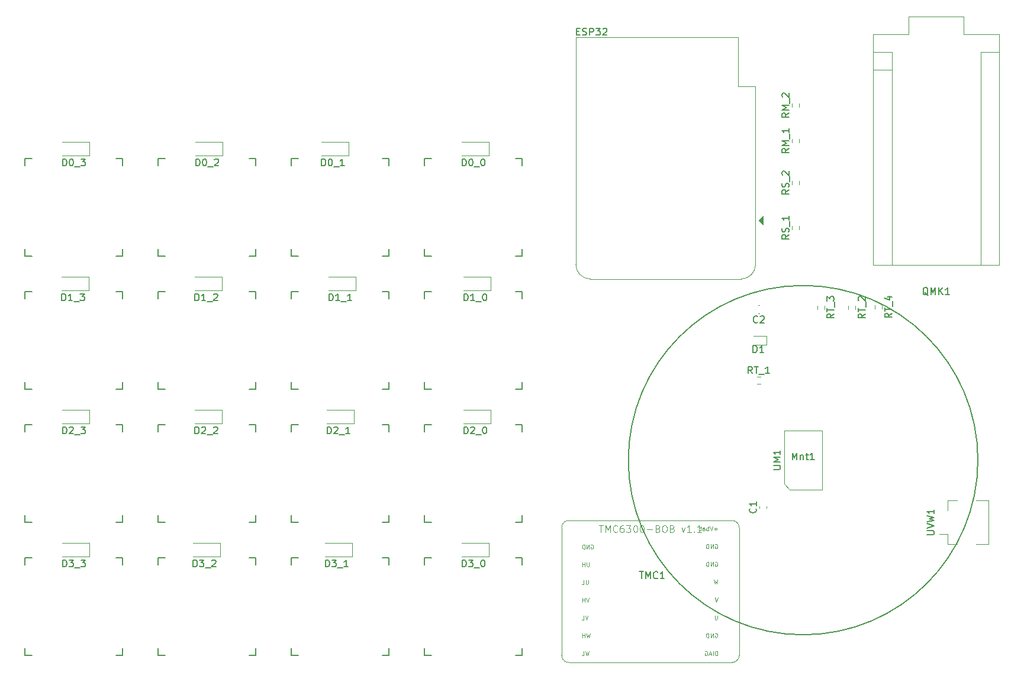
<source format=gbr>
%TF.GenerationSoftware,KiCad,Pcbnew,(6.0.1)*%
%TF.CreationDate,2022-11-17T22:19:47+08:00*%
%TF.ProjectId,Scroller1,5363726f-6c6c-4657-9231-2e6b69636164,rev?*%
%TF.SameCoordinates,Original*%
%TF.FileFunction,Legend,Top*%
%TF.FilePolarity,Positive*%
%FSLAX46Y46*%
G04 Gerber Fmt 4.6, Leading zero omitted, Abs format (unit mm)*
G04 Created by KiCad (PCBNEW (6.0.1)) date 2022-11-17 22:19:47*
%MOMM*%
%LPD*%
G01*
G04 APERTURE LIST*
%ADD10C,0.150000*%
%ADD11C,0.100000*%
%ADD12C,0.120000*%
G04 APERTURE END LIST*
D10*
X208755040Y-117092383D02*
G75*
G03*
X208755040Y-117092383I-25000000J0D01*
G01*
%TO.C,D1_1*%
X115948761Y-94273380D02*
X115948761Y-93273380D01*
X116186857Y-93273380D01*
X116329714Y-93321000D01*
X116424952Y-93416238D01*
X116472571Y-93511476D01*
X116520190Y-93701952D01*
X116520190Y-93844809D01*
X116472571Y-94035285D01*
X116424952Y-94130523D01*
X116329714Y-94225761D01*
X116186857Y-94273380D01*
X115948761Y-94273380D01*
X117472571Y-94273380D02*
X116901142Y-94273380D01*
X117186857Y-94273380D02*
X117186857Y-93273380D01*
X117091619Y-93416238D01*
X116996380Y-93511476D01*
X116901142Y-93559095D01*
X117663047Y-94368619D02*
X118424952Y-94368619D01*
X119186857Y-94273380D02*
X118615428Y-94273380D01*
X118901142Y-94273380D02*
X118901142Y-93273380D01*
X118805904Y-93416238D01*
X118710666Y-93511476D01*
X118615428Y-93559095D01*
%TO.C,RS_2*%
X181718455Y-78390309D02*
X181242265Y-78723642D01*
X181718455Y-78961738D02*
X180718455Y-78961738D01*
X180718455Y-78580785D01*
X180766075Y-78485547D01*
X180813694Y-78437928D01*
X180908932Y-78390309D01*
X181051789Y-78390309D01*
X181147027Y-78437928D01*
X181194646Y-78485547D01*
X181242265Y-78580785D01*
X181242265Y-78961738D01*
X181670836Y-78009357D02*
X181718455Y-77866500D01*
X181718455Y-77628404D01*
X181670836Y-77533166D01*
X181623217Y-77485547D01*
X181527979Y-77437928D01*
X181432741Y-77437928D01*
X181337503Y-77485547D01*
X181289884Y-77533166D01*
X181242265Y-77628404D01*
X181194646Y-77818880D01*
X181147027Y-77914119D01*
X181099408Y-77961738D01*
X181004170Y-78009357D01*
X180908932Y-78009357D01*
X180813694Y-77961738D01*
X180766075Y-77914119D01*
X180718455Y-77818880D01*
X180718455Y-77580785D01*
X180766075Y-77437928D01*
X181813694Y-77247452D02*
X181813694Y-76485547D01*
X180813694Y-76295071D02*
X180766075Y-76247452D01*
X180718455Y-76152214D01*
X180718455Y-75914119D01*
X180766075Y-75818880D01*
X180813694Y-75771261D01*
X180908932Y-75723642D01*
X181004170Y-75723642D01*
X181147027Y-75771261D01*
X181718455Y-76342690D01*
X181718455Y-75723642D01*
%TO.C,C1*%
X176967142Y-124018166D02*
X177014761Y-124065785D01*
X177062380Y-124208642D01*
X177062380Y-124303880D01*
X177014761Y-124446738D01*
X176919523Y-124541976D01*
X176824285Y-124589595D01*
X176633809Y-124637214D01*
X176490952Y-124637214D01*
X176300476Y-124589595D01*
X176205238Y-124541976D01*
X176110000Y-124446738D01*
X176062380Y-124303880D01*
X176062380Y-124208642D01*
X176110000Y-124065785D01*
X176157619Y-124018166D01*
X177062380Y-123065785D02*
X177062380Y-123637214D01*
X177062380Y-123351500D02*
X176062380Y-123351500D01*
X176205238Y-123446738D01*
X176300476Y-123541976D01*
X176348095Y-123637214D01*
%TO.C,D2_0*%
X135250761Y-113323380D02*
X135250761Y-112323380D01*
X135488857Y-112323380D01*
X135631714Y-112371000D01*
X135726952Y-112466238D01*
X135774571Y-112561476D01*
X135822190Y-112751952D01*
X135822190Y-112894809D01*
X135774571Y-113085285D01*
X135726952Y-113180523D01*
X135631714Y-113275761D01*
X135488857Y-113323380D01*
X135250761Y-113323380D01*
X136203142Y-112418619D02*
X136250761Y-112371000D01*
X136346000Y-112323380D01*
X136584095Y-112323380D01*
X136679333Y-112371000D01*
X136726952Y-112418619D01*
X136774571Y-112513857D01*
X136774571Y-112609095D01*
X136726952Y-112751952D01*
X136155523Y-113323380D01*
X136774571Y-113323380D01*
X136965047Y-113418619D02*
X137726952Y-113418619D01*
X138155523Y-112323380D02*
X138250761Y-112323380D01*
X138346000Y-112371000D01*
X138393619Y-112418619D01*
X138441238Y-112513857D01*
X138488857Y-112704333D01*
X138488857Y-112942428D01*
X138441238Y-113132904D01*
X138393619Y-113228142D01*
X138346000Y-113275761D01*
X138250761Y-113323380D01*
X138155523Y-113323380D01*
X138060285Y-113275761D01*
X138012666Y-113228142D01*
X137965047Y-113132904D01*
X137917428Y-112942428D01*
X137917428Y-112704333D01*
X137965047Y-112513857D01*
X138012666Y-112418619D01*
X138060285Y-112371000D01*
X138155523Y-112323380D01*
%TO.C,RT_4*%
X196432380Y-96075071D02*
X195956190Y-96408404D01*
X196432380Y-96646500D02*
X195432380Y-96646500D01*
X195432380Y-96265547D01*
X195480000Y-96170309D01*
X195527619Y-96122690D01*
X195622857Y-96075071D01*
X195765714Y-96075071D01*
X195860952Y-96122690D01*
X195908571Y-96170309D01*
X195956190Y-96265547D01*
X195956190Y-96646500D01*
X195432380Y-95789357D02*
X195432380Y-95217928D01*
X196432380Y-95503642D02*
X195432380Y-95503642D01*
X196527619Y-95122690D02*
X196527619Y-94360785D01*
X195765714Y-93694119D02*
X196432380Y-93694119D01*
X195384761Y-93932214D02*
X196099047Y-94170309D01*
X196099047Y-93551261D01*
%TO.C,D0_1*%
X114890161Y-74969380D02*
X114890161Y-73969380D01*
X115128257Y-73969380D01*
X115271114Y-74017000D01*
X115366352Y-74112238D01*
X115413971Y-74207476D01*
X115461590Y-74397952D01*
X115461590Y-74540809D01*
X115413971Y-74731285D01*
X115366352Y-74826523D01*
X115271114Y-74921761D01*
X115128257Y-74969380D01*
X114890161Y-74969380D01*
X116080638Y-73969380D02*
X116175876Y-73969380D01*
X116271114Y-74017000D01*
X116318733Y-74064619D01*
X116366352Y-74159857D01*
X116413971Y-74350333D01*
X116413971Y-74588428D01*
X116366352Y-74778904D01*
X116318733Y-74874142D01*
X116271114Y-74921761D01*
X116175876Y-74969380D01*
X116080638Y-74969380D01*
X115985400Y-74921761D01*
X115937780Y-74874142D01*
X115890161Y-74778904D01*
X115842542Y-74588428D01*
X115842542Y-74350333D01*
X115890161Y-74159857D01*
X115937780Y-74064619D01*
X115985400Y-74017000D01*
X116080638Y-73969380D01*
X116604447Y-75064619D02*
X117366352Y-75064619D01*
X118128257Y-74969380D02*
X117556828Y-74969380D01*
X117842542Y-74969380D02*
X117842542Y-73969380D01*
X117747304Y-74112238D01*
X117652066Y-74207476D01*
X117556828Y-74255095D01*
%TO.C,C2*%
X177238333Y-97351142D02*
X177190714Y-97398761D01*
X177047857Y-97446380D01*
X176952619Y-97446380D01*
X176809761Y-97398761D01*
X176714523Y-97303523D01*
X176666904Y-97208285D01*
X176619285Y-97017809D01*
X176619285Y-96874952D01*
X176666904Y-96684476D01*
X176714523Y-96589238D01*
X176809761Y-96494000D01*
X176952619Y-96446380D01*
X177047857Y-96446380D01*
X177190714Y-96494000D01*
X177238333Y-96541619D01*
X177619285Y-96541619D02*
X177666904Y-96494000D01*
X177762142Y-96446380D01*
X178000238Y-96446380D01*
X178095476Y-96494000D01*
X178143095Y-96541619D01*
X178190714Y-96636857D01*
X178190714Y-96732095D01*
X178143095Y-96874952D01*
X177571666Y-97446380D01*
X178190714Y-97446380D01*
%TO.C,D1_0*%
X135252761Y-94273380D02*
X135252761Y-93273380D01*
X135490857Y-93273380D01*
X135633714Y-93321000D01*
X135728952Y-93416238D01*
X135776571Y-93511476D01*
X135824190Y-93701952D01*
X135824190Y-93844809D01*
X135776571Y-94035285D01*
X135728952Y-94130523D01*
X135633714Y-94225761D01*
X135490857Y-94273380D01*
X135252761Y-94273380D01*
X136776571Y-94273380D02*
X136205142Y-94273380D01*
X136490857Y-94273380D02*
X136490857Y-93273380D01*
X136395619Y-93416238D01*
X136300380Y-93511476D01*
X136205142Y-93559095D01*
X136967047Y-94368619D02*
X137728952Y-94368619D01*
X138157523Y-93273380D02*
X138252761Y-93273380D01*
X138348000Y-93321000D01*
X138395619Y-93368619D01*
X138443238Y-93463857D01*
X138490857Y-93654333D01*
X138490857Y-93892428D01*
X138443238Y-94082904D01*
X138395619Y-94178142D01*
X138348000Y-94225761D01*
X138252761Y-94273380D01*
X138157523Y-94273380D01*
X138062285Y-94225761D01*
X138014666Y-94178142D01*
X137967047Y-94082904D01*
X137919428Y-93892428D01*
X137919428Y-93654333D01*
X137967047Y-93463857D01*
X138014666Y-93368619D01*
X138062285Y-93321000D01*
X138157523Y-93273380D01*
%TO.C,UM1*%
X179502415Y-118425793D02*
X180311939Y-118425793D01*
X180407177Y-118378174D01*
X180454796Y-118330555D01*
X180502415Y-118235317D01*
X180502415Y-118044840D01*
X180454796Y-117949602D01*
X180407177Y-117901983D01*
X180311939Y-117854364D01*
X179502415Y-117854364D01*
X180502415Y-117378174D02*
X179502415Y-117378174D01*
X180216701Y-117044840D01*
X179502415Y-116711507D01*
X180502415Y-116711507D01*
X180502415Y-115711507D02*
X180502415Y-116282936D01*
X180502415Y-115997221D02*
X179502415Y-115997221D01*
X179645273Y-116092460D01*
X179740511Y-116187698D01*
X179788130Y-116282936D01*
%TO.C,D1_2*%
X96770761Y-94273380D02*
X96770761Y-93273380D01*
X97008857Y-93273380D01*
X97151714Y-93321000D01*
X97246952Y-93416238D01*
X97294571Y-93511476D01*
X97342190Y-93701952D01*
X97342190Y-93844809D01*
X97294571Y-94035285D01*
X97246952Y-94130523D01*
X97151714Y-94225761D01*
X97008857Y-94273380D01*
X96770761Y-94273380D01*
X98294571Y-94273380D02*
X97723142Y-94273380D01*
X98008857Y-94273380D02*
X98008857Y-93273380D01*
X97913619Y-93416238D01*
X97818380Y-93511476D01*
X97723142Y-93559095D01*
X98485047Y-94368619D02*
X99246952Y-94368619D01*
X99437428Y-93368619D02*
X99485047Y-93321000D01*
X99580285Y-93273380D01*
X99818380Y-93273380D01*
X99913619Y-93321000D01*
X99961238Y-93368619D01*
X100008857Y-93463857D01*
X100008857Y-93559095D01*
X99961238Y-93701952D01*
X99389809Y-94273380D01*
X100008857Y-94273380D01*
%TO.C,D2_3*%
X77846761Y-113323380D02*
X77846761Y-112323380D01*
X78084857Y-112323380D01*
X78227714Y-112371000D01*
X78322952Y-112466238D01*
X78370571Y-112561476D01*
X78418190Y-112751952D01*
X78418190Y-112894809D01*
X78370571Y-113085285D01*
X78322952Y-113180523D01*
X78227714Y-113275761D01*
X78084857Y-113323380D01*
X77846761Y-113323380D01*
X78799142Y-112418619D02*
X78846761Y-112371000D01*
X78942000Y-112323380D01*
X79180095Y-112323380D01*
X79275333Y-112371000D01*
X79322952Y-112418619D01*
X79370571Y-112513857D01*
X79370571Y-112609095D01*
X79322952Y-112751952D01*
X78751523Y-113323380D01*
X79370571Y-113323380D01*
X79561047Y-113418619D02*
X80322952Y-113418619D01*
X80465809Y-112323380D02*
X81084857Y-112323380D01*
X80751523Y-112704333D01*
X80894380Y-112704333D01*
X80989619Y-112751952D01*
X81037238Y-112799571D01*
X81084857Y-112894809D01*
X81084857Y-113132904D01*
X81037238Y-113228142D01*
X80989619Y-113275761D01*
X80894380Y-113323380D01*
X80608666Y-113323380D01*
X80513428Y-113275761D01*
X80465809Y-113228142D01*
%TO.C,RT_2*%
X192622380Y-96155071D02*
X192146190Y-96488404D01*
X192622380Y-96726500D02*
X191622380Y-96726500D01*
X191622380Y-96345547D01*
X191670000Y-96250309D01*
X191717619Y-96202690D01*
X191812857Y-96155071D01*
X191955714Y-96155071D01*
X192050952Y-96202690D01*
X192098571Y-96250309D01*
X192146190Y-96345547D01*
X192146190Y-96726500D01*
X191622380Y-95869357D02*
X191622380Y-95297928D01*
X192622380Y-95583642D02*
X191622380Y-95583642D01*
X192717619Y-95202690D02*
X192717619Y-94440785D01*
X191717619Y-94250309D02*
X191670000Y-94202690D01*
X191622380Y-94107452D01*
X191622380Y-93869357D01*
X191670000Y-93774119D01*
X191717619Y-93726500D01*
X191812857Y-93678880D01*
X191908095Y-93678880D01*
X192050952Y-93726500D01*
X192622380Y-94297928D01*
X192622380Y-93678880D01*
%TO.C,Mnt1*%
X182207415Y-117044840D02*
X182207415Y-116044840D01*
X182540749Y-116759126D01*
X182874082Y-116044840D01*
X182874082Y-117044840D01*
X183350273Y-116378174D02*
X183350273Y-117044840D01*
X183350273Y-116473412D02*
X183397892Y-116425793D01*
X183493130Y-116378174D01*
X183635987Y-116378174D01*
X183731225Y-116425793D01*
X183778844Y-116521031D01*
X183778844Y-117044840D01*
X184112177Y-116378174D02*
X184493130Y-116378174D01*
X184255035Y-116044840D02*
X184255035Y-116901983D01*
X184302654Y-116997221D01*
X184397892Y-117044840D01*
X184493130Y-117044840D01*
X185350273Y-117044840D02*
X184778844Y-117044840D01*
X185064558Y-117044840D02*
X185064558Y-116044840D01*
X184969320Y-116187698D01*
X184874082Y-116282936D01*
X184778844Y-116330555D01*
%TO.C,D1*%
X176615904Y-101701380D02*
X176615904Y-100701380D01*
X176854000Y-100701380D01*
X176996857Y-100749000D01*
X177092095Y-100844238D01*
X177139714Y-100939476D01*
X177187333Y-101129952D01*
X177187333Y-101272809D01*
X177139714Y-101463285D01*
X177092095Y-101558523D01*
X176996857Y-101653761D01*
X176854000Y-101701380D01*
X176615904Y-101701380D01*
X178139714Y-101701380D02*
X177568285Y-101701380D01*
X177854000Y-101701380D02*
X177854000Y-100701380D01*
X177758761Y-100844238D01*
X177663523Y-100939476D01*
X177568285Y-100987095D01*
%TO.C,TMC1*%
X160331666Y-133056380D02*
X160903095Y-133056380D01*
X160617380Y-134056380D02*
X160617380Y-133056380D01*
X161236428Y-134056380D02*
X161236428Y-133056380D01*
X161569761Y-133770666D01*
X161903095Y-133056380D01*
X161903095Y-134056380D01*
X162950714Y-133961142D02*
X162903095Y-134008761D01*
X162760238Y-134056380D01*
X162665000Y-134056380D01*
X162522142Y-134008761D01*
X162426904Y-133913523D01*
X162379285Y-133818285D01*
X162331666Y-133627809D01*
X162331666Y-133484952D01*
X162379285Y-133294476D01*
X162426904Y-133199238D01*
X162522142Y-133104000D01*
X162665000Y-133056380D01*
X162760238Y-133056380D01*
X162903095Y-133104000D01*
X162950714Y-133151619D01*
X163903095Y-134056380D02*
X163331666Y-134056380D01*
X163617380Y-134056380D02*
X163617380Y-133056380D01*
X163522142Y-133199238D01*
X163426904Y-133294476D01*
X163331666Y-133342095D01*
D11*
X153122821Y-144432535D02*
X152979964Y-145032535D01*
X152865678Y-144603964D01*
X152751392Y-145032535D01*
X152608535Y-144432535D01*
X152094249Y-145032535D02*
X152379964Y-145032535D01*
X152379964Y-144432535D01*
X171549964Y-136782535D02*
X171349964Y-137382535D01*
X171149964Y-136782535D01*
X153122821Y-136803963D02*
X152922821Y-137403963D01*
X152722821Y-136803963D01*
X152522821Y-137403963D02*
X152522821Y-136803963D01*
X152522821Y-137089677D02*
X152179964Y-137089677D01*
X152179964Y-137403963D02*
X152179964Y-136803963D01*
X153408535Y-129203964D02*
X153465678Y-129175392D01*
X153551392Y-129175392D01*
X153637107Y-129203964D01*
X153694249Y-129261106D01*
X153722821Y-129318249D01*
X153751392Y-129432535D01*
X153751392Y-129518249D01*
X153722821Y-129632535D01*
X153694249Y-129689678D01*
X153637107Y-129746821D01*
X153551392Y-129775392D01*
X153494249Y-129775392D01*
X153408535Y-129746821D01*
X153379964Y-129718249D01*
X153379964Y-129518249D01*
X153494249Y-129518249D01*
X153122821Y-129775392D02*
X153122821Y-129175392D01*
X152779964Y-129775392D01*
X152779964Y-129175392D01*
X152494249Y-129775392D02*
X152494249Y-129175392D01*
X152351392Y-129175392D01*
X152265678Y-129203964D01*
X152208535Y-129261106D01*
X152179964Y-129318249D01*
X152151392Y-129432535D01*
X152151392Y-129518249D01*
X152179964Y-129632535D01*
X152208535Y-129689678D01*
X152265678Y-129746821D01*
X152351392Y-129775392D01*
X152494249Y-129775392D01*
X153151392Y-131718249D02*
X153151392Y-132203963D01*
X153122821Y-132261106D01*
X153094249Y-132289678D01*
X153037107Y-132318249D01*
X152922821Y-132318249D01*
X152865678Y-132289678D01*
X152837107Y-132261106D01*
X152808535Y-132203963D01*
X152808535Y-131718249D01*
X152522821Y-132318249D02*
X152522821Y-131718249D01*
X152522821Y-132003963D02*
X152179964Y-132003963D01*
X152179964Y-132318249D02*
X152179964Y-131718249D01*
X153008535Y-134261106D02*
X153008535Y-134746820D01*
X152979964Y-134803963D01*
X152951392Y-134832535D01*
X152894249Y-134861106D01*
X152779964Y-134861106D01*
X152722821Y-134832535D01*
X152694249Y-134803963D01*
X152665678Y-134746820D01*
X152665678Y-134261106D01*
X152094249Y-134861106D02*
X152379964Y-134861106D01*
X152379964Y-134261106D01*
X171464249Y-126953964D02*
X171007107Y-126953964D01*
X171235678Y-127182535D02*
X171235678Y-126725392D01*
X170807107Y-126582535D02*
X170607107Y-127182535D01*
X170407107Y-126582535D01*
X170207107Y-127182535D02*
X170207107Y-126582535D01*
X170207107Y-126811107D02*
X170149964Y-126782535D01*
X170035678Y-126782535D01*
X169978535Y-126811107D01*
X169949964Y-126839678D01*
X169921392Y-126896821D01*
X169921392Y-127068249D01*
X169949964Y-127125392D01*
X169978535Y-127153964D01*
X170035678Y-127182535D01*
X170149964Y-127182535D01*
X170207107Y-127153964D01*
X169407107Y-127182535D02*
X169407107Y-126868249D01*
X169435678Y-126811107D01*
X169492821Y-126782535D01*
X169607107Y-126782535D01*
X169664249Y-126811107D01*
X169407107Y-127153964D02*
X169464249Y-127182535D01*
X169607107Y-127182535D01*
X169664249Y-127153964D01*
X169692821Y-127096821D01*
X169692821Y-127039678D01*
X169664249Y-126982535D01*
X169607107Y-126953964D01*
X169464249Y-126953964D01*
X169407107Y-126925392D01*
X169207107Y-126782535D02*
X168978535Y-126782535D01*
X169121392Y-126582535D02*
X169121392Y-127096821D01*
X169092821Y-127153964D01*
X169035678Y-127182535D01*
X168978535Y-127182535D01*
X171464249Y-139332535D02*
X171464249Y-139818249D01*
X171435678Y-139875392D01*
X171407107Y-139903964D01*
X171349964Y-139932535D01*
X171235678Y-139932535D01*
X171178535Y-139903964D01*
X171149964Y-139875392D01*
X171121392Y-139818249D01*
X171121392Y-139332535D01*
X153265678Y-141889677D02*
X153122821Y-142489677D01*
X153008535Y-142061106D01*
X152894249Y-142489677D01*
X152751392Y-141889677D01*
X152522821Y-142489677D02*
X152522821Y-141889677D01*
X152522821Y-142175391D02*
X152179964Y-142175391D01*
X152179964Y-142489677D02*
X152179964Y-141889677D01*
X171149964Y-129161107D02*
X171207107Y-129132535D01*
X171292821Y-129132535D01*
X171378535Y-129161107D01*
X171435678Y-129218249D01*
X171464249Y-129275392D01*
X171492821Y-129389678D01*
X171492821Y-129475392D01*
X171464249Y-129589678D01*
X171435678Y-129646821D01*
X171378535Y-129703964D01*
X171292821Y-129732535D01*
X171235678Y-129732535D01*
X171149964Y-129703964D01*
X171121392Y-129675392D01*
X171121392Y-129475392D01*
X171235678Y-129475392D01*
X170864249Y-129732535D02*
X170864249Y-129132535D01*
X170521392Y-129732535D01*
X170521392Y-129132535D01*
X170235678Y-129732535D02*
X170235678Y-129132535D01*
X170092821Y-129132535D01*
X170007107Y-129161107D01*
X169949964Y-129218249D01*
X169921392Y-129275392D01*
X169892821Y-129389678D01*
X169892821Y-129475392D01*
X169921392Y-129589678D01*
X169949964Y-129646821D01*
X170007107Y-129703964D01*
X170092821Y-129732535D01*
X170235678Y-129732535D01*
X154564964Y-126413487D02*
X155136392Y-126413487D01*
X154850678Y-127413487D02*
X154850678Y-126413487D01*
X155469726Y-127413487D02*
X155469726Y-126413487D01*
X155803059Y-127127773D01*
X156136392Y-126413487D01*
X156136392Y-127413487D01*
X157184011Y-127318249D02*
X157136392Y-127365868D01*
X156993535Y-127413487D01*
X156898297Y-127413487D01*
X156755440Y-127365868D01*
X156660202Y-127270630D01*
X156612583Y-127175392D01*
X156564964Y-126984916D01*
X156564964Y-126842059D01*
X156612583Y-126651583D01*
X156660202Y-126556345D01*
X156755440Y-126461107D01*
X156898297Y-126413487D01*
X156993535Y-126413487D01*
X157136392Y-126461107D01*
X157184011Y-126508726D01*
X158041154Y-126413487D02*
X157850678Y-126413487D01*
X157755440Y-126461107D01*
X157707821Y-126508726D01*
X157612583Y-126651583D01*
X157564964Y-126842059D01*
X157564964Y-127223011D01*
X157612583Y-127318249D01*
X157660202Y-127365868D01*
X157755440Y-127413487D01*
X157945916Y-127413487D01*
X158041154Y-127365868D01*
X158088773Y-127318249D01*
X158136392Y-127223011D01*
X158136392Y-126984916D01*
X158088773Y-126889678D01*
X158041154Y-126842059D01*
X157945916Y-126794440D01*
X157755440Y-126794440D01*
X157660202Y-126842059D01*
X157612583Y-126889678D01*
X157564964Y-126984916D01*
X158469726Y-126413487D02*
X159088773Y-126413487D01*
X158755440Y-126794440D01*
X158898297Y-126794440D01*
X158993535Y-126842059D01*
X159041154Y-126889678D01*
X159088773Y-126984916D01*
X159088773Y-127223011D01*
X159041154Y-127318249D01*
X158993535Y-127365868D01*
X158898297Y-127413487D01*
X158612583Y-127413487D01*
X158517345Y-127365868D01*
X158469726Y-127318249D01*
X159707821Y-126413487D02*
X159803059Y-126413487D01*
X159898297Y-126461107D01*
X159945916Y-126508726D01*
X159993535Y-126603964D01*
X160041154Y-126794440D01*
X160041154Y-127032535D01*
X159993535Y-127223011D01*
X159945916Y-127318249D01*
X159898297Y-127365868D01*
X159803059Y-127413487D01*
X159707821Y-127413487D01*
X159612583Y-127365868D01*
X159564964Y-127318249D01*
X159517345Y-127223011D01*
X159469726Y-127032535D01*
X159469726Y-126794440D01*
X159517345Y-126603964D01*
X159564964Y-126508726D01*
X159612583Y-126461107D01*
X159707821Y-126413487D01*
X160660202Y-126413487D02*
X160755440Y-126413487D01*
X160850678Y-126461107D01*
X160898297Y-126508726D01*
X160945916Y-126603964D01*
X160993535Y-126794440D01*
X160993535Y-127032535D01*
X160945916Y-127223011D01*
X160898297Y-127318249D01*
X160850678Y-127365868D01*
X160755440Y-127413487D01*
X160660202Y-127413487D01*
X160564964Y-127365868D01*
X160517345Y-127318249D01*
X160469726Y-127223011D01*
X160422107Y-127032535D01*
X160422107Y-126794440D01*
X160469726Y-126603964D01*
X160517345Y-126508726D01*
X160564964Y-126461107D01*
X160660202Y-126413487D01*
X161422107Y-127032535D02*
X162184011Y-127032535D01*
X162993535Y-126889678D02*
X163136392Y-126937297D01*
X163184011Y-126984916D01*
X163231630Y-127080154D01*
X163231630Y-127223011D01*
X163184011Y-127318249D01*
X163136392Y-127365868D01*
X163041154Y-127413487D01*
X162660202Y-127413487D01*
X162660202Y-126413487D01*
X162993535Y-126413487D01*
X163088773Y-126461107D01*
X163136392Y-126508726D01*
X163184011Y-126603964D01*
X163184011Y-126699202D01*
X163136392Y-126794440D01*
X163088773Y-126842059D01*
X162993535Y-126889678D01*
X162660202Y-126889678D01*
X163850678Y-126413487D02*
X164041154Y-126413487D01*
X164136392Y-126461107D01*
X164231630Y-126556345D01*
X164279249Y-126746821D01*
X164279249Y-127080154D01*
X164231630Y-127270630D01*
X164136392Y-127365868D01*
X164041154Y-127413487D01*
X163850678Y-127413487D01*
X163755440Y-127365868D01*
X163660202Y-127270630D01*
X163612583Y-127080154D01*
X163612583Y-126746821D01*
X163660202Y-126556345D01*
X163755440Y-126461107D01*
X163850678Y-126413487D01*
X165041154Y-126889678D02*
X165184011Y-126937297D01*
X165231630Y-126984916D01*
X165279249Y-127080154D01*
X165279249Y-127223011D01*
X165231630Y-127318249D01*
X165184011Y-127365868D01*
X165088773Y-127413487D01*
X164707821Y-127413487D01*
X164707821Y-126413487D01*
X165041154Y-126413487D01*
X165136392Y-126461107D01*
X165184011Y-126508726D01*
X165231630Y-126603964D01*
X165231630Y-126699202D01*
X165184011Y-126794440D01*
X165136392Y-126842059D01*
X165041154Y-126889678D01*
X164707821Y-126889678D01*
X166374487Y-126746821D02*
X166612583Y-127413487D01*
X166850678Y-126746821D01*
X167755440Y-127413487D02*
X167184011Y-127413487D01*
X167469726Y-127413487D02*
X167469726Y-126413487D01*
X167374487Y-126556345D01*
X167279249Y-126651583D01*
X167184011Y-126699202D01*
X168184011Y-127318249D02*
X168231630Y-127365868D01*
X168184011Y-127413487D01*
X168136392Y-127365868D01*
X168184011Y-127318249D01*
X168184011Y-127413487D01*
X169184011Y-127413487D02*
X168612583Y-127413487D01*
X168898297Y-127413487D02*
X168898297Y-126413487D01*
X168803059Y-126556345D01*
X168707821Y-126651583D01*
X168612583Y-126699202D01*
X171149964Y-131711107D02*
X171207107Y-131682535D01*
X171292821Y-131682535D01*
X171378535Y-131711107D01*
X171435678Y-131768249D01*
X171464249Y-131825392D01*
X171492821Y-131939678D01*
X171492821Y-132025392D01*
X171464249Y-132139678D01*
X171435678Y-132196821D01*
X171378535Y-132253964D01*
X171292821Y-132282535D01*
X171235678Y-132282535D01*
X171149964Y-132253964D01*
X171121392Y-132225392D01*
X171121392Y-132025392D01*
X171235678Y-132025392D01*
X170864249Y-132282535D02*
X170864249Y-131682535D01*
X170521392Y-132282535D01*
X170521392Y-131682535D01*
X170235678Y-132282535D02*
X170235678Y-131682535D01*
X170092821Y-131682535D01*
X170007107Y-131711107D01*
X169949964Y-131768249D01*
X169921392Y-131825392D01*
X169892821Y-131939678D01*
X169892821Y-132025392D01*
X169921392Y-132139678D01*
X169949964Y-132196821D01*
X170007107Y-132253964D01*
X170092821Y-132282535D01*
X170235678Y-132282535D01*
X152979964Y-139346820D02*
X152779964Y-139946820D01*
X152579964Y-139346820D01*
X152094249Y-139946820D02*
X152379964Y-139946820D01*
X152379964Y-139346820D01*
X171521392Y-134232535D02*
X171378535Y-134832535D01*
X171264249Y-134403964D01*
X171149964Y-134832535D01*
X171007107Y-134232535D01*
X171464249Y-145032535D02*
X171464249Y-144432535D01*
X171321392Y-144432535D01*
X171235678Y-144461107D01*
X171178535Y-144518249D01*
X171149964Y-144575392D01*
X171121392Y-144689678D01*
X171121392Y-144775392D01*
X171149964Y-144889678D01*
X171178535Y-144946821D01*
X171235678Y-145003964D01*
X171321392Y-145032535D01*
X171464249Y-145032535D01*
X170864249Y-145032535D02*
X170864249Y-144432535D01*
X170607107Y-144861107D02*
X170321392Y-144861107D01*
X170664249Y-145032535D02*
X170464249Y-144432535D01*
X170264249Y-145032535D01*
X169749964Y-144461107D02*
X169807107Y-144432535D01*
X169892821Y-144432535D01*
X169978535Y-144461107D01*
X170035678Y-144518249D01*
X170064249Y-144575392D01*
X170092821Y-144689678D01*
X170092821Y-144775392D01*
X170064249Y-144889678D01*
X170035678Y-144946821D01*
X169978535Y-145003964D01*
X169892821Y-145032535D01*
X169835678Y-145032535D01*
X169749964Y-145003964D01*
X169721392Y-144975392D01*
X169721392Y-144775392D01*
X169835678Y-144775392D01*
X171149964Y-141911107D02*
X171207107Y-141882535D01*
X171292821Y-141882535D01*
X171378535Y-141911107D01*
X171435678Y-141968249D01*
X171464249Y-142025392D01*
X171492821Y-142139678D01*
X171492821Y-142225392D01*
X171464249Y-142339678D01*
X171435678Y-142396821D01*
X171378535Y-142453964D01*
X171292821Y-142482535D01*
X171235678Y-142482535D01*
X171149964Y-142453964D01*
X171121392Y-142425392D01*
X171121392Y-142225392D01*
X171235678Y-142225392D01*
X170864249Y-142482535D02*
X170864249Y-141882535D01*
X170521392Y-142482535D01*
X170521392Y-141882535D01*
X170235678Y-142482535D02*
X170235678Y-141882535D01*
X170092821Y-141882535D01*
X170007107Y-141911107D01*
X169949964Y-141968249D01*
X169921392Y-142025392D01*
X169892821Y-142139678D01*
X169892821Y-142225392D01*
X169921392Y-142339678D01*
X169949964Y-142396821D01*
X170007107Y-142453964D01*
X170092821Y-142482535D01*
X170235678Y-142482535D01*
D10*
%TO.C,RM_1*%
X181718455Y-72493047D02*
X181242265Y-72826380D01*
X181718455Y-73064476D02*
X180718455Y-73064476D01*
X180718455Y-72683523D01*
X180766075Y-72588285D01*
X180813694Y-72540666D01*
X180908932Y-72493047D01*
X181051789Y-72493047D01*
X181147027Y-72540666D01*
X181194646Y-72588285D01*
X181242265Y-72683523D01*
X181242265Y-73064476D01*
X181718455Y-72064476D02*
X180718455Y-72064476D01*
X181432741Y-71731142D01*
X180718455Y-71397809D01*
X181718455Y-71397809D01*
X181813694Y-71159714D02*
X181813694Y-70397809D01*
X181718455Y-69635904D02*
X181718455Y-70207333D01*
X181718455Y-69921619D02*
X180718455Y-69921619D01*
X180861313Y-70016857D01*
X180956551Y-70112095D01*
X181004170Y-70207333D01*
%TO.C,ESP32*%
X151357142Y-55732571D02*
X151690476Y-55732571D01*
X151833333Y-56256380D02*
X151357142Y-56256380D01*
X151357142Y-55256380D01*
X151833333Y-55256380D01*
X152214285Y-56208761D02*
X152357142Y-56256380D01*
X152595238Y-56256380D01*
X152690476Y-56208761D01*
X152738095Y-56161142D01*
X152785714Y-56065904D01*
X152785714Y-55970666D01*
X152738095Y-55875428D01*
X152690476Y-55827809D01*
X152595238Y-55780190D01*
X152404761Y-55732571D01*
X152309523Y-55684952D01*
X152261904Y-55637333D01*
X152214285Y-55542095D01*
X152214285Y-55446857D01*
X152261904Y-55351619D01*
X152309523Y-55304000D01*
X152404761Y-55256380D01*
X152642857Y-55256380D01*
X152785714Y-55304000D01*
X153214285Y-56256380D02*
X153214285Y-55256380D01*
X153595238Y-55256380D01*
X153690476Y-55304000D01*
X153738095Y-55351619D01*
X153785714Y-55446857D01*
X153785714Y-55589714D01*
X153738095Y-55684952D01*
X153690476Y-55732571D01*
X153595238Y-55780190D01*
X153214285Y-55780190D01*
X154119047Y-55256380D02*
X154738095Y-55256380D01*
X154404761Y-55637333D01*
X154547619Y-55637333D01*
X154642857Y-55684952D01*
X154690476Y-55732571D01*
X154738095Y-55827809D01*
X154738095Y-56065904D01*
X154690476Y-56161142D01*
X154642857Y-56208761D01*
X154547619Y-56256380D01*
X154261904Y-56256380D01*
X154166666Y-56208761D01*
X154119047Y-56161142D01*
X155119047Y-55351619D02*
X155166666Y-55304000D01*
X155261904Y-55256380D01*
X155500000Y-55256380D01*
X155595238Y-55304000D01*
X155642857Y-55351619D01*
X155690476Y-55446857D01*
X155690476Y-55542095D01*
X155642857Y-55684952D01*
X155071428Y-56256380D01*
X155690476Y-56256380D01*
%TO.C,RT_3*%
X188177380Y-96155071D02*
X187701190Y-96488404D01*
X188177380Y-96726500D02*
X187177380Y-96726500D01*
X187177380Y-96345547D01*
X187225000Y-96250309D01*
X187272619Y-96202690D01*
X187367857Y-96155071D01*
X187510714Y-96155071D01*
X187605952Y-96202690D01*
X187653571Y-96250309D01*
X187701190Y-96345547D01*
X187701190Y-96726500D01*
X187177380Y-95869357D02*
X187177380Y-95297928D01*
X188177380Y-95583642D02*
X187177380Y-95583642D01*
X188272619Y-95202690D02*
X188272619Y-94440785D01*
X187177380Y-94297928D02*
X187177380Y-93678880D01*
X187558333Y-94012214D01*
X187558333Y-93869357D01*
X187605952Y-93774119D01*
X187653571Y-93726500D01*
X187748809Y-93678880D01*
X187986904Y-93678880D01*
X188082142Y-93726500D01*
X188129761Y-93774119D01*
X188177380Y-93869357D01*
X188177380Y-94155071D01*
X188129761Y-94250309D01*
X188082142Y-94297928D01*
%TO.C,QMK1*%
X201638333Y-93511619D02*
X201543095Y-93464000D01*
X201447857Y-93368761D01*
X201305000Y-93225904D01*
X201209761Y-93178285D01*
X201114523Y-93178285D01*
X201162142Y-93416380D02*
X201066904Y-93368761D01*
X200971666Y-93273523D01*
X200924047Y-93083047D01*
X200924047Y-92749714D01*
X200971666Y-92559238D01*
X201066904Y-92464000D01*
X201162142Y-92416380D01*
X201352619Y-92416380D01*
X201447857Y-92464000D01*
X201543095Y-92559238D01*
X201590714Y-92749714D01*
X201590714Y-93083047D01*
X201543095Y-93273523D01*
X201447857Y-93368761D01*
X201352619Y-93416380D01*
X201162142Y-93416380D01*
X202019285Y-93416380D02*
X202019285Y-92416380D01*
X202352619Y-93130666D01*
X202685952Y-92416380D01*
X202685952Y-93416380D01*
X203162142Y-93416380D02*
X203162142Y-92416380D01*
X203733571Y-93416380D02*
X203305000Y-92844952D01*
X203733571Y-92416380D02*
X203162142Y-92987809D01*
X204685952Y-93416380D02*
X204114523Y-93416380D01*
X204400238Y-93416380D02*
X204400238Y-92416380D01*
X204305000Y-92559238D01*
X204209761Y-92654476D01*
X204114523Y-92702095D01*
%TO.C,RT_1*%
X176476428Y-104686380D02*
X176143095Y-104210190D01*
X175905000Y-104686380D02*
X175905000Y-103686380D01*
X176285952Y-103686380D01*
X176381190Y-103734000D01*
X176428809Y-103781619D01*
X176476428Y-103876857D01*
X176476428Y-104019714D01*
X176428809Y-104114952D01*
X176381190Y-104162571D01*
X176285952Y-104210190D01*
X175905000Y-104210190D01*
X176762142Y-103686380D02*
X177333571Y-103686380D01*
X177047857Y-104686380D02*
X177047857Y-103686380D01*
X177428809Y-104781619D02*
X178190714Y-104781619D01*
X178952619Y-104686380D02*
X178381190Y-104686380D01*
X178666904Y-104686380D02*
X178666904Y-103686380D01*
X178571666Y-103829238D01*
X178476428Y-103924476D01*
X178381190Y-103972095D01*
%TO.C,D0_3*%
X77846761Y-74969380D02*
X77846761Y-73969380D01*
X78084857Y-73969380D01*
X78227714Y-74017000D01*
X78322952Y-74112238D01*
X78370571Y-74207476D01*
X78418190Y-74397952D01*
X78418190Y-74540809D01*
X78370571Y-74731285D01*
X78322952Y-74826523D01*
X78227714Y-74921761D01*
X78084857Y-74969380D01*
X77846761Y-74969380D01*
X79037238Y-73969380D02*
X79132476Y-73969380D01*
X79227714Y-74017000D01*
X79275333Y-74064619D01*
X79322952Y-74159857D01*
X79370571Y-74350333D01*
X79370571Y-74588428D01*
X79322952Y-74778904D01*
X79275333Y-74874142D01*
X79227714Y-74921761D01*
X79132476Y-74969380D01*
X79037238Y-74969380D01*
X78942000Y-74921761D01*
X78894380Y-74874142D01*
X78846761Y-74778904D01*
X78799142Y-74588428D01*
X78799142Y-74350333D01*
X78846761Y-74159857D01*
X78894380Y-74064619D01*
X78942000Y-74017000D01*
X79037238Y-73969380D01*
X79561047Y-75064619D02*
X80322952Y-75064619D01*
X80465809Y-73969380D02*
X81084857Y-73969380D01*
X80751523Y-74350333D01*
X80894380Y-74350333D01*
X80989619Y-74397952D01*
X81037238Y-74445571D01*
X81084857Y-74540809D01*
X81084857Y-74778904D01*
X81037238Y-74874142D01*
X80989619Y-74921761D01*
X80894380Y-74969380D01*
X80608666Y-74969380D01*
X80513428Y-74921761D01*
X80465809Y-74874142D01*
%TO.C,RS_1*%
X181718455Y-84820309D02*
X181242265Y-85153642D01*
X181718455Y-85391738D02*
X180718455Y-85391738D01*
X180718455Y-85010785D01*
X180766075Y-84915547D01*
X180813694Y-84867928D01*
X180908932Y-84820309D01*
X181051789Y-84820309D01*
X181147027Y-84867928D01*
X181194646Y-84915547D01*
X181242265Y-85010785D01*
X181242265Y-85391738D01*
X181670836Y-84439357D02*
X181718455Y-84296500D01*
X181718455Y-84058404D01*
X181670836Y-83963166D01*
X181623217Y-83915547D01*
X181527979Y-83867928D01*
X181432741Y-83867928D01*
X181337503Y-83915547D01*
X181289884Y-83963166D01*
X181242265Y-84058404D01*
X181194646Y-84248880D01*
X181147027Y-84344119D01*
X181099408Y-84391738D01*
X181004170Y-84439357D01*
X180908932Y-84439357D01*
X180813694Y-84391738D01*
X180766075Y-84344119D01*
X180718455Y-84248880D01*
X180718455Y-84010785D01*
X180766075Y-83867928D01*
X181813694Y-83677452D02*
X181813694Y-82915547D01*
X181718455Y-82153642D02*
X181718455Y-82725071D01*
X181718455Y-82439357D02*
X180718455Y-82439357D01*
X180861313Y-82534595D01*
X180956551Y-82629833D01*
X181004170Y-82725071D01*
%TO.C,D3_1*%
X115438761Y-132373380D02*
X115438761Y-131373380D01*
X115676857Y-131373380D01*
X115819714Y-131421000D01*
X115914952Y-131516238D01*
X115962571Y-131611476D01*
X116010190Y-131801952D01*
X116010190Y-131944809D01*
X115962571Y-132135285D01*
X115914952Y-132230523D01*
X115819714Y-132325761D01*
X115676857Y-132373380D01*
X115438761Y-132373380D01*
X116343523Y-131373380D02*
X116962571Y-131373380D01*
X116629238Y-131754333D01*
X116772095Y-131754333D01*
X116867333Y-131801952D01*
X116914952Y-131849571D01*
X116962571Y-131944809D01*
X116962571Y-132182904D01*
X116914952Y-132278142D01*
X116867333Y-132325761D01*
X116772095Y-132373380D01*
X116486380Y-132373380D01*
X116391142Y-132325761D01*
X116343523Y-132278142D01*
X117153047Y-132468619D02*
X117914952Y-132468619D01*
X118676857Y-132373380D02*
X118105428Y-132373380D01*
X118391142Y-132373380D02*
X118391142Y-131373380D01*
X118295904Y-131516238D01*
X118200666Y-131611476D01*
X118105428Y-131659095D01*
%TO.C,D2_1*%
X115692761Y-113323380D02*
X115692761Y-112323380D01*
X115930857Y-112323380D01*
X116073714Y-112371000D01*
X116168952Y-112466238D01*
X116216571Y-112561476D01*
X116264190Y-112751952D01*
X116264190Y-112894809D01*
X116216571Y-113085285D01*
X116168952Y-113180523D01*
X116073714Y-113275761D01*
X115930857Y-113323380D01*
X115692761Y-113323380D01*
X116645142Y-112418619D02*
X116692761Y-112371000D01*
X116788000Y-112323380D01*
X117026095Y-112323380D01*
X117121333Y-112371000D01*
X117168952Y-112418619D01*
X117216571Y-112513857D01*
X117216571Y-112609095D01*
X117168952Y-112751952D01*
X116597523Y-113323380D01*
X117216571Y-113323380D01*
X117407047Y-113418619D02*
X118168952Y-113418619D01*
X118930857Y-113323380D02*
X118359428Y-113323380D01*
X118645142Y-113323380D02*
X118645142Y-112323380D01*
X118549904Y-112466238D01*
X118454666Y-112561476D01*
X118359428Y-112609095D01*
%TO.C,UVW1*%
X201492380Y-127745904D02*
X202301904Y-127745904D01*
X202397142Y-127698285D01*
X202444761Y-127650666D01*
X202492380Y-127555428D01*
X202492380Y-127364952D01*
X202444761Y-127269714D01*
X202397142Y-127222095D01*
X202301904Y-127174476D01*
X201492380Y-127174476D01*
X201492380Y-126841142D02*
X202492380Y-126507809D01*
X201492380Y-126174476D01*
X201492380Y-125936380D02*
X202492380Y-125698285D01*
X201778095Y-125507809D01*
X202492380Y-125317333D01*
X201492380Y-125079238D01*
X202492380Y-124174476D02*
X202492380Y-124745904D01*
X202492380Y-124460190D02*
X201492380Y-124460190D01*
X201635238Y-124555428D01*
X201730476Y-124650666D01*
X201778095Y-124745904D01*
%TO.C,D2_2*%
X96768761Y-113323380D02*
X96768761Y-112323380D01*
X97006857Y-112323380D01*
X97149714Y-112371000D01*
X97244952Y-112466238D01*
X97292571Y-112561476D01*
X97340190Y-112751952D01*
X97340190Y-112894809D01*
X97292571Y-113085285D01*
X97244952Y-113180523D01*
X97149714Y-113275761D01*
X97006857Y-113323380D01*
X96768761Y-113323380D01*
X97721142Y-112418619D02*
X97768761Y-112371000D01*
X97864000Y-112323380D01*
X98102095Y-112323380D01*
X98197333Y-112371000D01*
X98244952Y-112418619D01*
X98292571Y-112513857D01*
X98292571Y-112609095D01*
X98244952Y-112751952D01*
X97673523Y-113323380D01*
X98292571Y-113323380D01*
X98483047Y-113418619D02*
X99244952Y-113418619D01*
X99435428Y-112418619D02*
X99483047Y-112371000D01*
X99578285Y-112323380D01*
X99816380Y-112323380D01*
X99911619Y-112371000D01*
X99959238Y-112418619D01*
X100006857Y-112513857D01*
X100006857Y-112609095D01*
X99959238Y-112751952D01*
X99387809Y-113323380D01*
X100006857Y-113323380D01*
%TO.C,D3_3*%
X77846761Y-132373380D02*
X77846761Y-131373380D01*
X78084857Y-131373380D01*
X78227714Y-131421000D01*
X78322952Y-131516238D01*
X78370571Y-131611476D01*
X78418190Y-131801952D01*
X78418190Y-131944809D01*
X78370571Y-132135285D01*
X78322952Y-132230523D01*
X78227714Y-132325761D01*
X78084857Y-132373380D01*
X77846761Y-132373380D01*
X78751523Y-131373380D02*
X79370571Y-131373380D01*
X79037238Y-131754333D01*
X79180095Y-131754333D01*
X79275333Y-131801952D01*
X79322952Y-131849571D01*
X79370571Y-131944809D01*
X79370571Y-132182904D01*
X79322952Y-132278142D01*
X79275333Y-132325761D01*
X79180095Y-132373380D01*
X78894380Y-132373380D01*
X78799142Y-132325761D01*
X78751523Y-132278142D01*
X79561047Y-132468619D02*
X80322952Y-132468619D01*
X80465809Y-131373380D02*
X81084857Y-131373380D01*
X80751523Y-131754333D01*
X80894380Y-131754333D01*
X80989619Y-131801952D01*
X81037238Y-131849571D01*
X81084857Y-131944809D01*
X81084857Y-132182904D01*
X81037238Y-132278142D01*
X80989619Y-132325761D01*
X80894380Y-132373380D01*
X80608666Y-132373380D01*
X80513428Y-132325761D01*
X80465809Y-132278142D01*
%TO.C,D3_0*%
X134996761Y-132373380D02*
X134996761Y-131373380D01*
X135234857Y-131373380D01*
X135377714Y-131421000D01*
X135472952Y-131516238D01*
X135520571Y-131611476D01*
X135568190Y-131801952D01*
X135568190Y-131944809D01*
X135520571Y-132135285D01*
X135472952Y-132230523D01*
X135377714Y-132325761D01*
X135234857Y-132373380D01*
X134996761Y-132373380D01*
X135901523Y-131373380D02*
X136520571Y-131373380D01*
X136187238Y-131754333D01*
X136330095Y-131754333D01*
X136425333Y-131801952D01*
X136472952Y-131849571D01*
X136520571Y-131944809D01*
X136520571Y-132182904D01*
X136472952Y-132278142D01*
X136425333Y-132325761D01*
X136330095Y-132373380D01*
X136044380Y-132373380D01*
X135949142Y-132325761D01*
X135901523Y-132278142D01*
X136711047Y-132468619D02*
X137472952Y-132468619D01*
X137901523Y-131373380D02*
X137996761Y-131373380D01*
X138092000Y-131421000D01*
X138139619Y-131468619D01*
X138187238Y-131563857D01*
X138234857Y-131754333D01*
X138234857Y-131992428D01*
X138187238Y-132182904D01*
X138139619Y-132278142D01*
X138092000Y-132325761D01*
X137996761Y-132373380D01*
X137901523Y-132373380D01*
X137806285Y-132325761D01*
X137758666Y-132278142D01*
X137711047Y-132182904D01*
X137663428Y-131992428D01*
X137663428Y-131754333D01*
X137711047Y-131563857D01*
X137758666Y-131468619D01*
X137806285Y-131421000D01*
X137901523Y-131373380D01*
%TO.C,D0_2*%
X96896761Y-74969380D02*
X96896761Y-73969380D01*
X97134857Y-73969380D01*
X97277714Y-74017000D01*
X97372952Y-74112238D01*
X97420571Y-74207476D01*
X97468190Y-74397952D01*
X97468190Y-74540809D01*
X97420571Y-74731285D01*
X97372952Y-74826523D01*
X97277714Y-74921761D01*
X97134857Y-74969380D01*
X96896761Y-74969380D01*
X98087238Y-73969380D02*
X98182476Y-73969380D01*
X98277714Y-74017000D01*
X98325333Y-74064619D01*
X98372952Y-74159857D01*
X98420571Y-74350333D01*
X98420571Y-74588428D01*
X98372952Y-74778904D01*
X98325333Y-74874142D01*
X98277714Y-74921761D01*
X98182476Y-74969380D01*
X98087238Y-74969380D01*
X97992000Y-74921761D01*
X97944380Y-74874142D01*
X97896761Y-74778904D01*
X97849142Y-74588428D01*
X97849142Y-74350333D01*
X97896761Y-74159857D01*
X97944380Y-74064619D01*
X97992000Y-74017000D01*
X98087238Y-73969380D01*
X98611047Y-75064619D02*
X99372952Y-75064619D01*
X99563428Y-74064619D02*
X99611047Y-74017000D01*
X99706285Y-73969380D01*
X99944380Y-73969380D01*
X100039619Y-74017000D01*
X100087238Y-74064619D01*
X100134857Y-74159857D01*
X100134857Y-74255095D01*
X100087238Y-74397952D01*
X99515809Y-74969380D01*
X100134857Y-74969380D01*
%TO.C,D1_3*%
X77720761Y-94273380D02*
X77720761Y-93273380D01*
X77958857Y-93273380D01*
X78101714Y-93321000D01*
X78196952Y-93416238D01*
X78244571Y-93511476D01*
X78292190Y-93701952D01*
X78292190Y-93844809D01*
X78244571Y-94035285D01*
X78196952Y-94130523D01*
X78101714Y-94225761D01*
X77958857Y-94273380D01*
X77720761Y-94273380D01*
X79244571Y-94273380D02*
X78673142Y-94273380D01*
X78958857Y-94273380D02*
X78958857Y-93273380D01*
X78863619Y-93416238D01*
X78768380Y-93511476D01*
X78673142Y-93559095D01*
X79435047Y-94368619D02*
X80196952Y-94368619D01*
X80339809Y-93273380D02*
X80958857Y-93273380D01*
X80625523Y-93654333D01*
X80768380Y-93654333D01*
X80863619Y-93701952D01*
X80911238Y-93749571D01*
X80958857Y-93844809D01*
X80958857Y-94082904D01*
X80911238Y-94178142D01*
X80863619Y-94225761D01*
X80768380Y-94273380D01*
X80482666Y-94273380D01*
X80387428Y-94225761D01*
X80339809Y-94178142D01*
%TO.C,RM_2*%
X181718455Y-67413047D02*
X181242265Y-67746380D01*
X181718455Y-67984476D02*
X180718455Y-67984476D01*
X180718455Y-67603523D01*
X180766075Y-67508285D01*
X180813694Y-67460666D01*
X180908932Y-67413047D01*
X181051789Y-67413047D01*
X181147027Y-67460666D01*
X181194646Y-67508285D01*
X181242265Y-67603523D01*
X181242265Y-67984476D01*
X181718455Y-66984476D02*
X180718455Y-66984476D01*
X181432741Y-66651142D01*
X180718455Y-66317809D01*
X181718455Y-66317809D01*
X181813694Y-66079714D02*
X181813694Y-65317809D01*
X180813694Y-65127333D02*
X180766075Y-65079714D01*
X180718455Y-64984476D01*
X180718455Y-64746380D01*
X180766075Y-64651142D01*
X180813694Y-64603523D01*
X180908932Y-64555904D01*
X181004170Y-64555904D01*
X181147027Y-64603523D01*
X181718455Y-65174952D01*
X181718455Y-64555904D01*
%TO.C,D3_2*%
X96514761Y-132373380D02*
X96514761Y-131373380D01*
X96752857Y-131373380D01*
X96895714Y-131421000D01*
X96990952Y-131516238D01*
X97038571Y-131611476D01*
X97086190Y-131801952D01*
X97086190Y-131944809D01*
X97038571Y-132135285D01*
X96990952Y-132230523D01*
X96895714Y-132325761D01*
X96752857Y-132373380D01*
X96514761Y-132373380D01*
X97419523Y-131373380D02*
X98038571Y-131373380D01*
X97705238Y-131754333D01*
X97848095Y-131754333D01*
X97943333Y-131801952D01*
X97990952Y-131849571D01*
X98038571Y-131944809D01*
X98038571Y-132182904D01*
X97990952Y-132278142D01*
X97943333Y-132325761D01*
X97848095Y-132373380D01*
X97562380Y-132373380D01*
X97467142Y-132325761D01*
X97419523Y-132278142D01*
X98229047Y-132468619D02*
X98990952Y-132468619D01*
X99181428Y-131468619D02*
X99229047Y-131421000D01*
X99324285Y-131373380D01*
X99562380Y-131373380D01*
X99657619Y-131421000D01*
X99705238Y-131468619D01*
X99752857Y-131563857D01*
X99752857Y-131659095D01*
X99705238Y-131801952D01*
X99133809Y-132373380D01*
X99752857Y-132373380D01*
%TO.C,D0_0*%
X134996761Y-74969380D02*
X134996761Y-73969380D01*
X135234857Y-73969380D01*
X135377714Y-74017000D01*
X135472952Y-74112238D01*
X135520571Y-74207476D01*
X135568190Y-74397952D01*
X135568190Y-74540809D01*
X135520571Y-74731285D01*
X135472952Y-74826523D01*
X135377714Y-74921761D01*
X135234857Y-74969380D01*
X134996761Y-74969380D01*
X136187238Y-73969380D02*
X136282476Y-73969380D01*
X136377714Y-74017000D01*
X136425333Y-74064619D01*
X136472952Y-74159857D01*
X136520571Y-74350333D01*
X136520571Y-74588428D01*
X136472952Y-74778904D01*
X136425333Y-74874142D01*
X136377714Y-74921761D01*
X136282476Y-74969380D01*
X136187238Y-74969380D01*
X136092000Y-74921761D01*
X136044380Y-74874142D01*
X135996761Y-74778904D01*
X135949142Y-74588428D01*
X135949142Y-74350333D01*
X135996761Y-74159857D01*
X136044380Y-74064619D01*
X136092000Y-74017000D01*
X136187238Y-73969380D01*
X136711047Y-75064619D02*
X137472952Y-75064619D01*
X137901523Y-73969380D02*
X137996761Y-73969380D01*
X138092000Y-74017000D01*
X138139619Y-74064619D01*
X138187238Y-74159857D01*
X138234857Y-74350333D01*
X138234857Y-74588428D01*
X138187238Y-74778904D01*
X138139619Y-74874142D01*
X138092000Y-74921761D01*
X137996761Y-74969380D01*
X137901523Y-74969380D01*
X137806285Y-74921761D01*
X137758666Y-74874142D01*
X137711047Y-74778904D01*
X137663428Y-74588428D01*
X137663428Y-74350333D01*
X137711047Y-74159857D01*
X137758666Y-74064619D01*
X137806285Y-74017000D01*
X137901523Y-73969380D01*
D12*
%TO.C,D1_1*%
X119794000Y-92821000D02*
X119794000Y-90821000D01*
X119794000Y-92821000D02*
X115894000Y-92821000D01*
X119794000Y-90821000D02*
X115894000Y-90821000D01*
%TO.C,RS_2*%
X182173575Y-77621224D02*
X182173575Y-77111776D01*
X183218575Y-77621224D02*
X183218575Y-77111776D01*
%TO.C,C1*%
X178550000Y-123997767D02*
X178550000Y-123705233D01*
X177530000Y-123997767D02*
X177530000Y-123705233D01*
%TO.C,D2_0*%
X139096000Y-111871000D02*
X139096000Y-109871000D01*
X139096000Y-111871000D02*
X135196000Y-111871000D01*
X139096000Y-109871000D02*
X135196000Y-109871000D01*
%TO.C,RT_4*%
X195072500Y-94891776D02*
X195072500Y-95401224D01*
X194027500Y-94891776D02*
X194027500Y-95401224D01*
%TO.C,D0_1*%
X118735400Y-73517000D02*
X114835400Y-73517000D01*
X118735400Y-71517000D02*
X114835400Y-71517000D01*
X118735400Y-73517000D02*
X118735400Y-71517000D01*
D10*
%TO.C,SW_0_0*%
X143592000Y-73899000D02*
X143592000Y-74899000D01*
X142592000Y-87899000D02*
X143592000Y-87899000D01*
X129592000Y-87899000D02*
X129592000Y-86899000D01*
X143592000Y-86899000D02*
X143592000Y-87899000D01*
X143592000Y-73899000D02*
X142592000Y-73899000D01*
X129592000Y-74899000D02*
X129592000Y-73899000D01*
X129592000Y-87899000D02*
X130592000Y-87899000D01*
X130592000Y-73899000D02*
X129592000Y-73899000D01*
D12*
%TO.C,C2*%
X177506969Y-94884000D02*
X177303031Y-94884000D01*
X177506969Y-96124000D02*
X177303031Y-96124000D01*
%TO.C,D1_0*%
X139098000Y-90821000D02*
X135198000Y-90821000D01*
X139098000Y-92821000D02*
X135198000Y-92821000D01*
X139098000Y-92821000D02*
X139098000Y-90821000D01*
D10*
%TO.C,SW_2_1*%
X124542000Y-124999000D02*
X124542000Y-125999000D01*
X124542000Y-111999000D02*
X124542000Y-112999000D01*
X124542000Y-111999000D02*
X123542000Y-111999000D01*
X111542000Y-111999000D02*
X110542000Y-111999000D01*
X110542000Y-112999000D02*
X110542000Y-111999000D01*
X123542000Y-125999000D02*
X124542000Y-125999000D01*
X110542000Y-125999000D02*
X110542000Y-124999000D01*
X110542000Y-125999000D02*
X111542000Y-125999000D01*
D12*
%TO.C,UM1*%
X186460035Y-112892460D02*
X186460035Y-121292460D01*
X181850035Y-121292460D02*
X181050035Y-120492460D01*
X181050035Y-120492460D02*
X181050035Y-112892460D01*
X186460035Y-121292460D02*
X181850035Y-121292460D01*
X181050035Y-112892460D02*
X186460035Y-112892460D01*
D10*
%TO.C,SW_1_0*%
X130592000Y-92949000D02*
X129592000Y-92949000D01*
X129592000Y-106949000D02*
X130592000Y-106949000D01*
X143592000Y-105949000D02*
X143592000Y-106949000D01*
X129592000Y-93949000D02*
X129592000Y-92949000D01*
X129592000Y-106949000D02*
X129592000Y-105949000D01*
X143592000Y-92949000D02*
X142592000Y-92949000D01*
X143592000Y-92949000D02*
X143592000Y-93949000D01*
X142592000Y-106949000D02*
X143592000Y-106949000D01*
D12*
%TO.C,D1_2*%
X100616000Y-90821000D02*
X96716000Y-90821000D01*
X100616000Y-92821000D02*
X100616000Y-90821000D01*
X100616000Y-92821000D02*
X96716000Y-92821000D01*
%TO.C,D2_3*%
X81692000Y-111871000D02*
X81692000Y-109871000D01*
X81692000Y-109871000D02*
X77792000Y-109871000D01*
X81692000Y-111871000D02*
X77792000Y-111871000D01*
D10*
%TO.C,SW_3_0*%
X143592000Y-131049000D02*
X142592000Y-131049000D01*
X143592000Y-144049000D02*
X143592000Y-145049000D01*
X129592000Y-145049000D02*
X130592000Y-145049000D01*
X142592000Y-145049000D02*
X143592000Y-145049000D01*
X130592000Y-131049000D02*
X129592000Y-131049000D01*
X129592000Y-132049000D02*
X129592000Y-131049000D01*
X129592000Y-145049000D02*
X129592000Y-144049000D01*
X143592000Y-131049000D02*
X143592000Y-132049000D01*
%TO.C,SW_1_3*%
X86442000Y-92949000D02*
X85442000Y-92949000D01*
X86442000Y-105949000D02*
X86442000Y-106949000D01*
X72442000Y-93949000D02*
X72442000Y-92949000D01*
X72442000Y-106949000D02*
X72442000Y-105949000D01*
X73442000Y-92949000D02*
X72442000Y-92949000D01*
X85442000Y-106949000D02*
X86442000Y-106949000D01*
X86442000Y-92949000D02*
X86442000Y-93949000D01*
X72442000Y-106949000D02*
X73442000Y-106949000D01*
%TO.C,SW_1_2*%
X91492000Y-106949000D02*
X92492000Y-106949000D01*
X91492000Y-106949000D02*
X91492000Y-105949000D01*
X105492000Y-92949000D02*
X105492000Y-93949000D01*
X91492000Y-93949000D02*
X91492000Y-92949000D01*
X105492000Y-92949000D02*
X104492000Y-92949000D01*
X92492000Y-92949000D02*
X91492000Y-92949000D01*
X105492000Y-105949000D02*
X105492000Y-106949000D01*
X104492000Y-106949000D02*
X105492000Y-106949000D01*
D12*
%TO.C,RT_2*%
X190217500Y-94971776D02*
X190217500Y-95481224D01*
X191262500Y-94971776D02*
X191262500Y-95481224D01*
%TO.C,D1*%
X178504000Y-100549000D02*
X178504000Y-99349000D01*
X176654000Y-100549000D02*
X178504000Y-100549000D01*
X176654000Y-99349000D02*
X178504000Y-99349000D01*
%TO.C,TMC1*%
X174611000Y-126746000D02*
X174611000Y-145034000D01*
X149211000Y-145034000D02*
X149211000Y-126746000D01*
X150227000Y-125730000D02*
X173595000Y-125730000D01*
X173595000Y-146050000D02*
X150227000Y-146050000D01*
X173595000Y-146050000D02*
G75*
G03*
X174611000Y-145034000I-2J1016002D01*
G01*
X150227000Y-125730000D02*
G75*
G03*
X149211000Y-126746000I2J-1016002D01*
G01*
X174611000Y-126746000D02*
G75*
G03*
X173595000Y-125730000I-1016002J-2D01*
G01*
X149211000Y-145034000D02*
G75*
G03*
X150227000Y-146050000I1016002J2D01*
G01*
%TO.C,RM_1*%
X182173575Y-71628724D02*
X182173575Y-71119276D01*
X183218575Y-71628724D02*
X183218575Y-71119276D01*
D10*
%TO.C,SW_0_3*%
X72442000Y-74899000D02*
X72442000Y-73899000D01*
X85442000Y-87899000D02*
X86442000Y-87899000D01*
X72442000Y-87899000D02*
X72442000Y-86899000D01*
X86442000Y-86899000D02*
X86442000Y-87899000D01*
X86442000Y-73899000D02*
X86442000Y-74899000D01*
X86442000Y-73899000D02*
X85442000Y-73899000D01*
X73442000Y-73899000D02*
X72442000Y-73899000D01*
X72442000Y-87899000D02*
X73442000Y-87899000D01*
%TO.C,SW_3_2*%
X105492000Y-144049000D02*
X105492000Y-145049000D01*
X104492000Y-145049000D02*
X105492000Y-145049000D01*
X105492000Y-131049000D02*
X104492000Y-131049000D01*
X105492000Y-131049000D02*
X105492000Y-132049000D01*
X91492000Y-145049000D02*
X92492000Y-145049000D01*
X91492000Y-145049000D02*
X91492000Y-144049000D01*
X92492000Y-131049000D02*
X91492000Y-131049000D01*
X91492000Y-132049000D02*
X91492000Y-131049000D01*
D12*
%TO.C,ESP32*%
X176950000Y-63554000D02*
X174500000Y-63554000D01*
X153300000Y-91154000D02*
X174900000Y-91154000D01*
X176950000Y-63554000D02*
X176950000Y-89104000D01*
X151250000Y-56554000D02*
X151250000Y-89104000D01*
X174500000Y-63554000D02*
X174500000Y-56554000D01*
X174500000Y-56554000D02*
X151250000Y-56554000D01*
X174900000Y-91154000D02*
G75*
G03*
X176950000Y-89104000I0J2050000D01*
G01*
X151250000Y-89104000D02*
G75*
G03*
X153300000Y-91154000I2050000J0D01*
G01*
X178040000Y-83439000D02*
X178040000Y-82169000D01*
X178040000Y-82169000D02*
X177405000Y-82804000D01*
X177405000Y-82804000D02*
X178040000Y-83439000D01*
G36*
X178040000Y-83439000D02*
G01*
X177405000Y-82804000D01*
X178040000Y-82169000D01*
X178040000Y-83439000D01*
G37*
X178040000Y-83439000D02*
X177405000Y-82804000D01*
X178040000Y-82169000D01*
X178040000Y-83439000D01*
D10*
%TO.C,SW_0_1*%
X123542000Y-87899000D02*
X124542000Y-87899000D01*
X110542000Y-74899000D02*
X110542000Y-73899000D01*
X124542000Y-73899000D02*
X123542000Y-73899000D01*
X124542000Y-73899000D02*
X124542000Y-74899000D01*
X110542000Y-87899000D02*
X111542000Y-87899000D01*
X110542000Y-87899000D02*
X110542000Y-86899000D01*
X111542000Y-73899000D02*
X110542000Y-73899000D01*
X124542000Y-86899000D02*
X124542000Y-87899000D01*
D12*
%TO.C,RT_3*%
X185772500Y-94971776D02*
X185772500Y-95481224D01*
X186817500Y-94971776D02*
X186817500Y-95481224D01*
%TO.C,QMK1*%
X198868000Y-56134000D02*
X193788000Y-56134000D01*
X209155000Y-86614000D02*
X209155000Y-89154000D01*
X196455000Y-89154000D02*
X193785000Y-89154000D01*
X198868000Y-53594000D02*
X198868000Y-56134000D01*
X209155000Y-89154000D02*
X211822000Y-89154000D01*
X209155000Y-58674000D02*
X211825000Y-58674000D01*
X196455000Y-89154000D02*
X196455000Y-58674000D01*
X206742000Y-53594000D02*
X206742000Y-56134000D01*
X209155000Y-86614000D02*
X209155000Y-58674000D01*
X193788000Y-89154000D02*
X209155000Y-89154000D01*
X206742000Y-53594000D02*
X198868000Y-53594000D01*
X196455000Y-58674000D02*
X193785000Y-58674000D01*
X211822000Y-56134000D02*
X206742000Y-56134000D01*
X196455000Y-61214000D02*
X193785000Y-61214000D01*
X211822000Y-89154000D02*
X211822000Y-56134000D01*
X193788000Y-56134000D02*
X193785000Y-89154000D01*
%TO.C,RT_1*%
X177150276Y-106186500D02*
X177659724Y-106186500D01*
X177150276Y-105141500D02*
X177659724Y-105141500D01*
%TO.C,D0_3*%
X81692000Y-73517000D02*
X77792000Y-73517000D01*
X81692000Y-73517000D02*
X81692000Y-71517000D01*
X81692000Y-71517000D02*
X77792000Y-71517000D01*
%TO.C,RS_1*%
X183218575Y-84051224D02*
X183218575Y-83541776D01*
X182173575Y-84051224D02*
X182173575Y-83541776D01*
%TO.C,D3_1*%
X119284000Y-128921000D02*
X115384000Y-128921000D01*
X119284000Y-130921000D02*
X115384000Y-130921000D01*
X119284000Y-130921000D02*
X119284000Y-128921000D01*
D10*
%TO.C,SW_3_1*%
X123542000Y-145049000D02*
X124542000Y-145049000D01*
X110542000Y-132049000D02*
X110542000Y-131049000D01*
X124542000Y-144049000D02*
X124542000Y-145049000D01*
X111542000Y-131049000D02*
X110542000Y-131049000D01*
X124542000Y-131049000D02*
X123542000Y-131049000D01*
X110542000Y-145049000D02*
X110542000Y-144049000D01*
X110542000Y-145049000D02*
X111542000Y-145049000D01*
X124542000Y-131049000D02*
X124542000Y-132049000D01*
%TO.C,SW_1_1*%
X124542000Y-105949000D02*
X124542000Y-106949000D01*
X124542000Y-92949000D02*
X124542000Y-93949000D01*
X110542000Y-93949000D02*
X110542000Y-92949000D01*
X124542000Y-92949000D02*
X123542000Y-92949000D01*
X110542000Y-106949000D02*
X110542000Y-105949000D01*
X111542000Y-92949000D02*
X110542000Y-92949000D01*
X110542000Y-106949000D02*
X111542000Y-106949000D01*
X123542000Y-106949000D02*
X124542000Y-106949000D01*
D12*
%TO.C,D2_1*%
X119538000Y-111871000D02*
X115638000Y-111871000D01*
X119538000Y-109871000D02*
X115638000Y-109871000D01*
X119538000Y-111871000D02*
X119538000Y-109871000D01*
%TO.C,UVW1*%
X204440000Y-122834000D02*
X205780000Y-122834000D01*
X204440000Y-127644000D02*
X204440000Y-129134000D01*
X210240000Y-122834000D02*
X208500000Y-122834000D01*
X210240000Y-129134000D02*
X210240000Y-122834000D01*
X208500000Y-129134000D02*
X210240000Y-129134000D01*
X204440000Y-124324000D02*
X204440000Y-122834000D01*
X204440000Y-127644000D02*
X203240000Y-127644000D01*
X204440000Y-129134000D02*
X205780000Y-129134000D01*
%TO.C,D2_2*%
X100614000Y-111871000D02*
X96714000Y-111871000D01*
X100614000Y-111871000D02*
X100614000Y-109871000D01*
X100614000Y-109871000D02*
X96714000Y-109871000D01*
D10*
%TO.C,SW_2_2*%
X105492000Y-111999000D02*
X105492000Y-112999000D01*
X91492000Y-125999000D02*
X91492000Y-124999000D01*
X91492000Y-125999000D02*
X92492000Y-125999000D01*
X105492000Y-111999000D02*
X104492000Y-111999000D01*
X104492000Y-125999000D02*
X105492000Y-125999000D01*
X91492000Y-112999000D02*
X91492000Y-111999000D01*
X105492000Y-124999000D02*
X105492000Y-125999000D01*
X92492000Y-111999000D02*
X91492000Y-111999000D01*
%TO.C,SW_2_3*%
X73442000Y-111999000D02*
X72442000Y-111999000D01*
X86442000Y-111999000D02*
X85442000Y-111999000D01*
X72442000Y-125999000D02*
X72442000Y-124999000D01*
X86442000Y-124999000D02*
X86442000Y-125999000D01*
X72442000Y-125999000D02*
X73442000Y-125999000D01*
X86442000Y-111999000D02*
X86442000Y-112999000D01*
X85442000Y-125999000D02*
X86442000Y-125999000D01*
X72442000Y-112999000D02*
X72442000Y-111999000D01*
D12*
%TO.C,D3_3*%
X81692000Y-130921000D02*
X77792000Y-130921000D01*
X81692000Y-130921000D02*
X81692000Y-128921000D01*
X81692000Y-128921000D02*
X77792000Y-128921000D01*
%TO.C,D3_0*%
X138842000Y-128921000D02*
X134942000Y-128921000D01*
X138842000Y-130921000D02*
X134942000Y-130921000D01*
X138842000Y-130921000D02*
X138842000Y-128921000D01*
D10*
%TO.C,SW_0_2*%
X91492000Y-87899000D02*
X92492000Y-87899000D01*
X104492000Y-87899000D02*
X105492000Y-87899000D01*
X105492000Y-86899000D02*
X105492000Y-87899000D01*
X92492000Y-73899000D02*
X91492000Y-73899000D01*
X91492000Y-74899000D02*
X91492000Y-73899000D01*
X91492000Y-87899000D02*
X91492000Y-86899000D01*
X105492000Y-73899000D02*
X104492000Y-73899000D01*
X105492000Y-73899000D02*
X105492000Y-74899000D01*
D12*
%TO.C,D0_2*%
X100742000Y-73517000D02*
X100742000Y-71517000D01*
X100742000Y-71517000D02*
X96842000Y-71517000D01*
X100742000Y-73517000D02*
X96842000Y-73517000D01*
%TO.C,D1_3*%
X81566000Y-92821000D02*
X81566000Y-90821000D01*
X81566000Y-92821000D02*
X77666000Y-92821000D01*
X81566000Y-90821000D02*
X77666000Y-90821000D01*
%TO.C,RM_2*%
X182173575Y-66548724D02*
X182173575Y-66039276D01*
X183218575Y-66548724D02*
X183218575Y-66039276D01*
%TO.C,D3_2*%
X100360000Y-130921000D02*
X96460000Y-130921000D01*
X100360000Y-128921000D02*
X96460000Y-128921000D01*
X100360000Y-130921000D02*
X100360000Y-128921000D01*
%TO.C,D0_0*%
X138842000Y-73517000D02*
X134942000Y-73517000D01*
X138842000Y-71517000D02*
X134942000Y-71517000D01*
X138842000Y-73517000D02*
X138842000Y-71517000D01*
D10*
%TO.C,SW_3_3*%
X85442000Y-145049000D02*
X86442000Y-145049000D01*
X72442000Y-132049000D02*
X72442000Y-131049000D01*
X86442000Y-144049000D02*
X86442000Y-145049000D01*
X72442000Y-145049000D02*
X72442000Y-144049000D01*
X72442000Y-145049000D02*
X73442000Y-145049000D01*
X86442000Y-131049000D02*
X86442000Y-132049000D01*
X73442000Y-131049000D02*
X72442000Y-131049000D01*
X86442000Y-131049000D02*
X85442000Y-131049000D01*
%TO.C,SW_2_0*%
X130592000Y-111999000D02*
X129592000Y-111999000D01*
X143592000Y-111999000D02*
X143592000Y-112999000D01*
X129592000Y-125999000D02*
X129592000Y-124999000D01*
X143592000Y-124999000D02*
X143592000Y-125999000D01*
X129592000Y-112999000D02*
X129592000Y-111999000D01*
X129592000Y-125999000D02*
X130592000Y-125999000D01*
X142592000Y-125999000D02*
X143592000Y-125999000D01*
X143592000Y-111999000D02*
X142592000Y-111999000D01*
%TD*%
M02*

</source>
